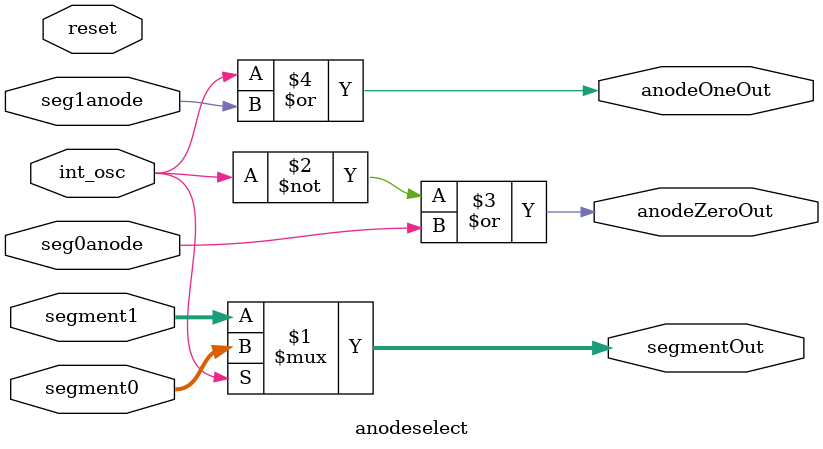
<source format=sv>


module anodeselect(
            input logic int_osc, reset,
			input logic seg0anode, seg1anode,
            input logic [6:0] segment0,
            input logic [6:0] segment1,
            output logic [6:0] segmentOut,
            output logic anodeZeroOut, anodeOneOut);


        assign segmentOut = int_osc ? segment0 : segment1;
        assign anodeZeroOut = (~int_osc)|seg0anode;
        assign anodeOneOut = int_osc|seg1anode;

		
endmodule
</source>
